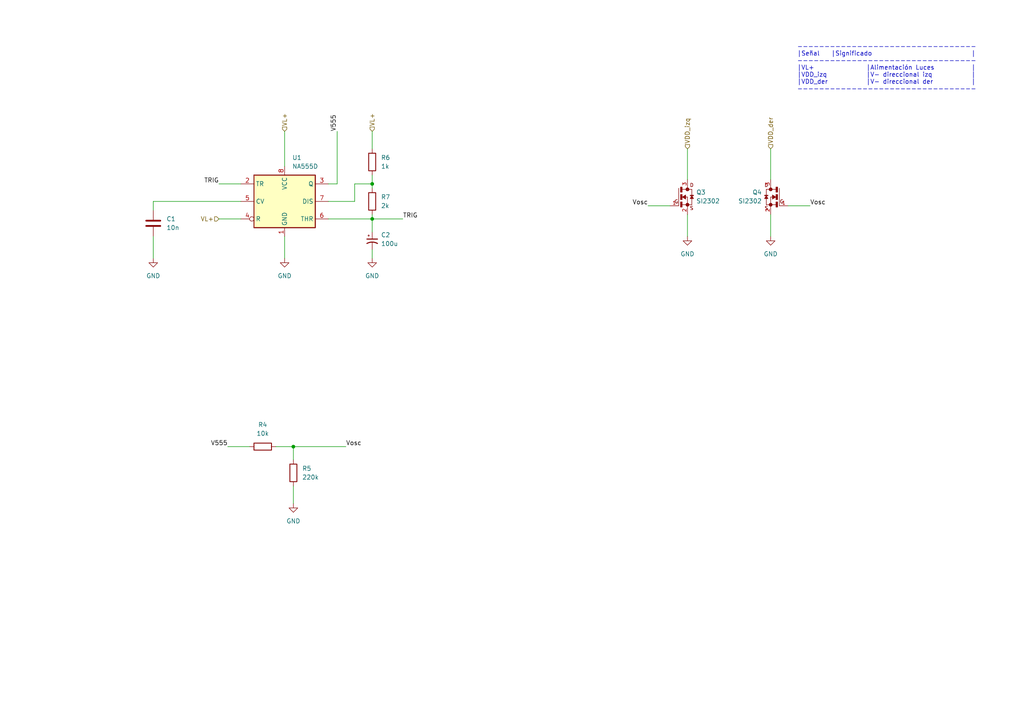
<source format=kicad_sch>
(kicad_sch (version 20230121) (generator eeschema)
  (paper "A4")
  (lib_symbols
    (symbol "Device:C" (pin_numbers hide) (pin_names (offset 0.254))
      (property "Reference" "C" (at 0.635 2.54 0))
      (property "Value" "C" (at 0.635 -2.54 0))
      (symbol "C_0_1"
        (polyline (pts (xy -2.032 -0.762) (xy 2.032 -0.762)) (stroke (width 0.508)))
        (polyline (pts (xy -2.032 0.762) (xy 2.032 0.762)) (stroke (width 0.508)))
      )
      (symbol "C_1_1"
        (pin passive line (at 0 3.81 270) (length 2.794) (name "~") (number "1"))
        (pin passive line (at 0 -3.81 90) (length 2.794) (name "~") (number "2"))
      )
    )
    (symbol "Device:C_Polarized_Small_US" (pin_numbers hide) (pin_names (offset 0.254) hide)
      (property "Reference" "C" (at 0.254 1.778 0))
      (property "Value" "C_Polarized_Small_US" (at 0.254 -2.032 0))
      (symbol "C_Polarized_Small_US_0_1"
        (polyline (pts (xy -1.524 0.508) (xy 1.524 0.508)) (stroke (width 0.3048)))
        (polyline (pts (xy -1.27 1.524) (xy -0.762 1.524)))
        (polyline (pts (xy -1.016 1.27) (xy -1.016 1.778)))
        (arc (start 1.524 -0.762) (mid 0 -0.3734) (end -1.524 -0.762) (stroke (width 0.3048)))
      )
      (symbol "C_Polarized_Small_US_1_1"
        (pin passive line (at 0 2.54 270) (length 2.032) (name "~") (number "1"))
        (pin passive line (at 0 -2.54 90) (length 2.032) (name "~") (number "2"))
      )
    )
    (symbol "Device:R" (pin_numbers hide) (pin_names (offset 0))
      (property "Reference" "R" (at 2.032 0 90))
      (property "Value" "R" (at 0 0 90))
      (symbol "R_0_1"
        (rectangle (start -1.016 -2.54) (end 1.016 2.54) (stroke (width 0.254)))
      )
      (symbol "R_1_1"
        (pin passive line (at 0 3.81 270) (length 1.27) (name "~") (number "1"))
        (pin passive line (at 0 -3.81 90) (length 1.27) (name "~") (number "2"))
      )
    )
    (symbol "SI2302:SI2302" (pin_names (offset 1.016))
      (property "Reference" "Q" (at 2.5417 0 0))
      (property "Value" "SI2302" (at 2.5438 -2.5438 0))
      (symbol "SI2302_0_0"
        (rectangle (start -2.035 1.399) (end -1.524 2.921) (stroke (width 0.1)) (fill (type outline)))
        (rectangle (start -2.0335 -2.9232) (end -1.524 -1.397) (stroke (width 0.1)) (fill (type outline)))
        (rectangle (start -2.0336 -0.7626) (end -1.524 0.762) (stroke (width 0.1)) (fill (type outline)))
        (circle (center 0 -2.2225) (radius 0.127) (stroke (width 0.4064)))
        (polyline (pts (xy -2.54 -2.54) (xy -2.54 2.54)) (stroke (width 0.1524)))
        (polyline (pts (xy -1.5875 -2.2225) (xy 0 -2.2225)) (stroke (width 0.1524)))
        (polyline (pts (xy -1.5875 2.2225) (xy 0 2.2225)) (stroke (width 0.1524)))
        (polyline (pts (xy -0.508 0) (xy 0 0)) (stroke (width 0.1524)))
        (polyline (pts (xy 0 -2.2225) (xy 0 -2.54)) (stroke (width 0.1524)))
        (polyline (pts (xy 0 0) (xy 0 -2.2225)) (stroke (width 0.1524)))
        (polyline (pts (xy 0 2.2225) (xy 1.27 2.2225)) (stroke (width 0.1524)))
        (polyline (pts (xy 0 2.54) (xy 0 2.2225)) (stroke (width 0.1524)))
        (polyline (pts (xy 1.27 -2.2225) (xy 0 -2.2225)) (stroke (width 0.1524)))
        (polyline (pts (xy 1.27 2.2225) (xy 1.27 -2.2225)) (stroke (width 0.1524)))
        (polyline (pts (xy -1.524 0) (xy -0.508 0.635) (xy -0.508 -0.635) (xy -1.524 0)) (stroke (width 0.1016)) (fill (type outline)))
        (polyline (pts (xy 1.27 0.3175) (xy 0.762 -0.4445) (xy 1.778 -0.4445) (xy 1.27 0.3175)) (stroke (width 0.1524)) (fill (type outline)))
        (circle (center 0 2.2225) (radius 0.127) (stroke (width 0.4064)))
        (rectangle (start 0.7632 0.318) (end 1.778 0.5715) (stroke (width 0.1)) (fill (type outline)))
        (text "D" (at 0.6361 2.8623 0) (effects (font (size 1.0177 1.0177)) (justify left bottom)))
        (text "G" (at -3.813 -1.9065 0) (effects (font (size 1.0168 1.0168)) (justify left bottom)))
        (text "S" (at 0.6357 -3.8141 0) (effects (font (size 1.0171 1.0171)) (justify left bottom)))
        (pin passive line (at -5.08 -2.54 0) (length 2.54) (name "~") (number "1"))
        (pin passive line (at 0 -5.08 90) (length 2.54) (name "~") (number "2"))
        (pin passive line (at 0 5.08 270) (length 2.54) (name "~") (number "3"))
      )
    )
    (symbol "Timer:NA555D"
      (property "Reference" "U" (at -10.16 8.89 0))
      (property "Value" "NA555D" (at 2.54 8.89 0))
      (symbol "NA555D_0_0"
        (pin power_in line (at 0 -10.16 90) (length 2.54) (name "GND") (number "1"))
        (pin power_in line (at 0 10.16 270) (length 2.54) (name "VCC") (number "8"))
      )
      (symbol "NA555D_0_1"
        (rectangle (start -8.89 -7.62) (end 8.89 7.62) (stroke (width 0.254)) (fill (type background)))
        (rectangle (start -8.89 -7.62) (end 8.89 7.62) (stroke (width 0.254)) (fill (type background)))
      )
      (symbol "NA555D_1_1"
        (pin input line (at -12.7 5.08 0) (length 3.81) (name "TR") (number "2"))
        (pin output line (at 12.7 5.08 180) (length 3.81) (name "Q") (number "3"))
        (pin input inverted (at -12.7 -5.08 0) (length 3.81) (name "R") (number "4"))
        (pin input line (at -12.7 0 0) (length 3.81) (name "CV") (number "5"))
        (pin input line (at 12.7 -5.08 180) (length 3.81) (name "THR") (number "6"))
        (pin input line (at 12.7 0 180) (length 3.81) (name "DIS") (number "7"))
      )
    )
    (symbol "power:GND" (power) (pin_names (offset 0))
      (property "Value" "GND" (at 0 -3.81 0))
      (symbol "GND_0_1"
        (polyline (pts (xy 0 0) (xy 0 -1.27) (xy 1.27 -1.27) (xy 0 -2.54) (xy -1.27 -1.27) (xy 0 -1.27)))
      )
      (symbol "GND_1_1"
        (pin power_in line (at 0 0 270) (length 0) hide (name "GND") (number "1"))
      )
    )
  )
  (junction (at 107.95 53.34))
  (junction (at 107.95 63.5))
  (junction (at 85.09 129.54))
  (wire (pts (xy 44.45 68.58) (xy 44.45 74.93)))
  (wire (pts (xy 82.55 68.58) (xy 82.55 74.93)))
  (wire (pts (xy 63.5 53.34) (xy 69.85 53.34)))
  (wire (pts (xy 85.09 129.54) (xy 85.09 133.35)))
  (wire (pts (xy 107.95 63.5) (xy 107.95 67.31)))
  (wire (pts (xy 187.96 59.69) (xy 194.31 59.69)))
  (wire (pts (xy 95.25 58.42) (xy 102.87 58.42)))
  (wire (pts (xy 107.95 53.34) (xy 107.95 54.61)))
  (wire (pts (xy 44.45 58.42) (xy 44.45 60.96)))
  (wire (pts (xy 63.5 63.5) (xy 69.85 63.5)))
  (wire (pts (xy 199.39 62.23) (xy 199.39 68.58)))
  (wire (pts (xy 228.6 59.69) (xy 234.95 59.69)))
  (wire (pts (xy 66.04 129.54) (xy 72.39 129.54)))
  (wire (pts (xy 97.79 38.1) (xy 97.79 53.34)))
  (wire (pts (xy 102.87 58.42) (xy 102.87 53.34)))
  (wire (pts (xy 102.87 53.34) (xy 107.95 53.34)))
  (wire (pts (xy 107.95 38.1) (xy 107.95 43.18)))
  (wire (pts (xy 85.09 140.97) (xy 85.09 146.05)))
  (wire (pts (xy 107.95 72.39) (xy 107.95 74.93)))
  (wire (pts (xy 199.39 43.18) (xy 199.39 52.07)))
  (wire (pts (xy 69.85 58.42) (xy 44.45 58.42)))
  (wire (pts (xy 95.25 63.5) (xy 107.95 63.5)))
  (wire (pts (xy 95.25 53.34) (xy 97.79 53.34)))
  (wire (pts (xy 107.95 62.23) (xy 107.95 63.5)))
  (wire (pts (xy 107.95 50.8) (xy 107.95 53.34)))
  (wire (pts (xy 223.52 62.23) (xy 223.52 68.58)))
  (wire (pts (xy 82.55 38.1) (xy 82.55 48.26)))
  (wire (pts (xy 223.52 43.18) (xy 223.52 52.07)))
  (wire (pts (xy 85.09 129.54) (xy 100.33 129.54)))
  (wire (pts (xy 80.01 129.54) (xy 85.09 129.54)))
  (wire (pts (xy 107.95 63.5) (xy 116.84 63.5)))
  (text "---------------------------------\n|Señal	|Significado					|\n---------------------------------\n|VL+ 			|Alimentación Luces		|\n|VDD_izq		|V- direccional izq		|\n|VDD_der		|V- direccional der		|\n---------------------------------" (at 231.14 26.67 0) (effects (font (size 1.27 1.27)) (justify left bottom)))
  (label "V555" (at 97.79 38.1 90))
  (label "Vosc" (at 187.96 59.69 180))
  (label "V555" (at 66.04 129.54 180))
  (label "TRIG" (at 116.84 63.5 0))
  (label "Vosc" (at 234.95 59.69 0))
  (label "Vosc" (at 100.33 129.54 0))
  (label "TRIG" (at 63.5 53.34 180))
  (hierarchical_label "VL+" (shape input) (at 82.55 38.1 90))
  (hierarchical_label "VDD_der" (shape input) (at 223.52 43.18 90))
  (hierarchical_label "VDD_izq" (shape input) (at 199.39 43.18 90))
  (hierarchical_label "VL+" (shape input) (at 63.5 63.5 180))
  (hierarchical_label "VL+" (shape input) (at 107.95 38.1 90))
  (symbol (lib_id "SI2302:SI2302") (at 199.39 57.15 0) (unit 1)
    (property "Reference" "Q3" (at 201.93 55.7751 0) (effects (justify left)))
    (property "Value" "SI2302" (at 201.93 58.3151 0) (effects (justify left)))
    (property "Footprint" "Package_TO_SOT_SMD:SOT-23" (effects hide))
    (property "MF" "Micro Commercial Components (MCC)" (effects hide))
    (property "Description" "\nN-Channel 20V 2.6A (Ta) 710mW (Ta) Surface Mount SOT-23-3 (TO-236)\n" (effects hide))
    (property "Package" "TO-236-3 Micro Commercial Components (MCC)" (effects hide))
    (property "Price" "None" (effects hide))
    (property "SnapEDA_Link" "https://www.snapeda.com/parts/SI2302/Micro+Commercial+Components/view-part/?ref=snap" (effects hide))
    (property "MP" "SI2302" (effects hide))
    (property "Availability" "Not in stock" (effects hide))
    (property "Check_prices" "https://www.snapeda.com/parts/SI2302/Micro+Commercial+Components/view-part/?ref=eda" (effects hide))
    (instances (project "SB2_LIGTHS" (path "" (reference "Q3") (unit 1))) (project "SmartBike2" (path "" (reference "Q?") (unit 1)) (path "" (reference "Q?") (unit 1))))
  )
  (symbol (lib_id "power:GND") (at 199.39 68.58 0) (unit 1)
    (property "Reference" "#PWR016" (effects hide))
    (property "Value" "GND" (at 199.39 73.66 0))
    (instances (project "SB2_LIGTHS" (path "" (reference "#PWR016") (unit 1))) (project "SmartBike2" (path "" (reference "#PWR?") (unit 1)) (path "" (reference "#PWR?") (unit 1))))
  )
  (symbol (lib_id "SI2302:SI2302") (at 223.52 57.15 0) (mirror y) (unit 1)
    (property "Reference" "Q4" (at 220.98 55.7751 0) (effects (justify left)))
    (property "Value" "SI2302" (at 220.98 58.3151 0) (effects (justify left)))
    (property "Footprint" "Package_TO_SOT_SMD:SOT-23" (effects hide))
    (property "MF" "Micro Commercial Components (MCC)" (effects hide))
    (property "Description" "\nN-Channel 20V 2.6A (Ta) 710mW (Ta) Surface Mount SOT-23-3 (TO-236)\n" (effects hide))
    (property "Package" "TO-236-3 Micro Commercial Components (MCC)" (effects hide))
    (property "Price" "None" (effects hide))
    (property "SnapEDA_Link" "https://www.snapeda.com/parts/SI2302/Micro+Commercial+Components/view-part/?ref=snap" (effects hide))
    (property "MP" "SI2302" (effects hide))
    (property "Availability" "Not in stock" (effects hide))
    (property "Check_prices" "https://www.snapeda.com/parts/SI2302/Micro+Commercial+Components/view-part/?ref=eda" (effects hide))
    (instances (project "SB2_LIGTHS" (path "" (reference "Q4") (unit 1))) (project "SmartBike2" (path "" (reference "Q?") (unit 1)) (path "" (reference "Q?") (unit 1))))
  )
  (symbol (lib_id "Device:C") (at 44.45 64.77 0) (unit 1)
    (property "Reference" "C1" (at 48.26 63.5 0) (effects (justify left)))
    (property "Value" "10n" (at 48.26 66.04 0) (effects (justify left)))
    (property "Footprint" "Capacitor_SMD:C_0805_2012Metric_Pad1.18x1.45mm_HandSolder" (effects hide))
    (instances (project "SB2_LIGTHS" (path "" (reference "C1") (unit 1))) (project "SmartBike2" (path "" (reference "C?") (unit 1)) (path "" (reference "C?") (unit 1))))
  )
  (symbol (lib_id "Device:R") (at 76.2 129.54 90) (unit 1)
    (property "Reference" "R4" (at 76.2 123.19 90))
    (property "Value" "10k" (at 76.2 125.73 90))
    (property "Footprint" "Resistor_SMD:R_0805_2012Metric_Pad1.20x1.40mm_HandSolder" (effects hide))
    (instances (project "SB2_LIGTHS" (path "" (reference "R4") (unit 1))) (project "SmartBike2" (path "" (reference "R?") (unit 1)) (path "" (reference "R?") (unit 1))))
  )
  (symbol (lib_id "power:GND") (at 223.52 68.58 0) (unit 1)
    (property "Reference" "#PWR017" (effects hide))
    (property "Value" "GND" (at 223.52 73.66 0))
    (instances (project "SB2_LIGTHS" (path "" (reference "#PWR017") (unit 1))) (project "SmartBike2" (path "" (reference "#PWR?") (unit 1)) (path "" (reference "#PWR?") (unit 1))))
  )
  (symbol (lib_id "Device:R") (at 85.09 137.16 180) (unit 1)
    (property "Reference" "R5" (at 87.63 135.89 0) (effects (justify right)))
    (property "Value" "220k" (at 87.63 138.43 0) (effects (justify right)))
    (property "Footprint" "Resistor_SMD:R_0805_2012Metric_Pad1.20x1.40mm_HandSolder" (effects hide))
    (instances (project "SB2_LIGTHS" (path "" (reference "R5") (unit 1))) (project "SmartBike2" (path "" (reference "R?") (unit 1)) (path "" (reference "R?") (unit 1))))
  )
  (symbol (lib_id "Timer:NA555D") (at 82.55 58.42 0) (unit 1)
    (property "Reference" "U1" (at 84.7441 45.72 0) (effects (justify left)))
    (property "Value" "NA555D" (at 84.7441 48.26 0) (effects (justify left)))
    (property "Footprint" "Package_SO:SOIC-8_3.9x4.9mm_P1.27mm" (effects hide))
    (property "Datasheet" "http://www.ti.com/lit/ds/symlink/ne555.pdf" (effects hide))
    (instances (project "SB2_LIGTHS" (path "" (reference "U1") (unit 1))) (project "SmartBike2" (path "" (reference "U?") (unit 1)) (path "" (reference "U?") (unit 1))))
  )
  (symbol (lib_id "power:GND") (at 85.09 146.05 0) (unit 1)
    (property "Reference" "#PWR014" (effects hide))
    (property "Value" "GND" (at 85.09 151.13 0))
    (instances (project "SB2_LIGTHS" (path "" (reference "#PWR014") (unit 1))) (project "SmartBike2" (path "" (reference "#PWR?") (unit 1)) (path "" (reference "#PWR?") (unit 1))))
  )
  (symbol (lib_id "power:GND") (at 107.95 74.93 0) (unit 1)
    (property "Reference" "#PWR015" (effects hide))
    (property "Value" "GND" (at 107.95 80.01 0))
    (instances (project "SB2_LIGTHS" (path "" (reference "#PWR015") (unit 1))) (project "SmartBike2" (path "" (reference "#PWR?") (unit 1)) (path "" (reference "#PWR?") (unit 1))))
  )
  (symbol (lib_id "Device:C_Polarized_Small_US") (at 107.95 69.85 0) (unit 1)
    (property "Reference" "C2" (at 110.49 68.1482 0) (effects (justify left)))
    (property "Value" "100u" (at 110.49 70.6882 0) (effects (justify left)))
    (property "Footprint" "Capacitor_SMD:CP_Elec_6.3x5.4" (effects hide))
    (instances (project "SB2_LIGTHS" (path "" (reference "C2") (unit 1))) (project "SmartBike2" (path "" (reference "C?") (unit 1)) (path "" (reference "C?") (unit 1))))
  )
  (symbol (lib_id "power:GND") (at 82.55 74.93 0) (unit 1)
    (property "Reference" "#PWR013" (effects hide))
    (property "Value" "GND" (at 82.55 80.01 0))
    (instances (project "SB2_LIGTHS" (path "" (reference "#PWR013") (unit 1))) (project "SmartBike2" (path "" (reference "#PWR?") (unit 1)) (path "" (reference "#PWR?") (unit 1))))
  )
  (symbol (lib_id "Device:R") (at 107.95 58.42 0) (unit 1)
    (property "Reference" "R7" (at 110.49 57.15 0) (effects (justify left)))
    (property "Value" "2k" (at 110.49 59.69 0) (effects (justify left)))
    (property "Footprint" "Resistor_SMD:R_0805_2012Metric_Pad1.20x1.40mm_HandSolder" (effects hide))
    (instances (project "SB2_LIGTHS" (path "" (reference "R7") (unit 1))) (project "SmartBike2" (path "" (reference "R?") (unit 1)) (path "" (reference "R?") (unit 1))))
  )
  (symbol (lib_id "Device:R") (at 107.95 46.99 0) (unit 1)
    (property "Reference" "R6" (at 110.49 45.72 0) (effects (justify left)))
    (property "Value" "1k" (at 110.49 48.26 0) (effects (justify left)))
    (property "Footprint" "Resistor_SMD:R_0805_2012Metric_Pad1.20x1.40mm_HandSolder" (effects hide))
    (instances (project "SB2_LIGTHS" (path "" (reference "R6") (unit 1))) (project "SmartBike2" (path "" (reference "R?") (unit 1)) (path "" (reference "R?") (unit 1))))
  )
  (symbol (lib_id "power:GND") (at 44.45 74.93 0) (unit 1)
    (property "Reference" "#PWR012" (effects hide))
    (property "Value" "GND" (at 44.45 80.01 0))
    (instances (project "SB2_LIGTHS" (path "" (reference "#PWR012") (unit 1))) (project "SmartBike2" (path "" (reference "#PWR?") (unit 1)) (path "" (reference "#PWR?") (unit 1))))
  )
)
</source>
